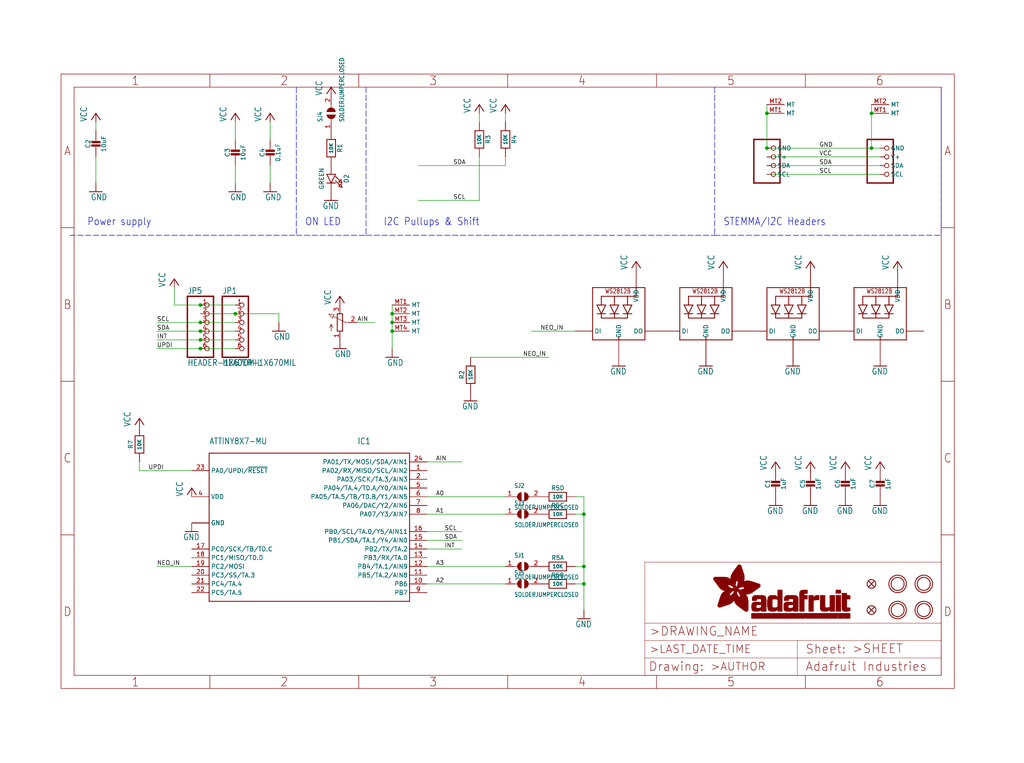
<source format=kicad_sch>
(kicad_sch (version 20211123) (generator eeschema)
  (paper "User" 298.45 222.352)
  (lib_symbols
    (symbol "eagleSchem-eagle-import:ATTINY8X7-MU"
      (property "Reference" "IC" (at 12.7 25.4 0))
      (property "Value" "ATTINY8X7-MU" (at -30.48 25.4 0))
      (symbol "ATTINY8X7-MU_1_0"
        (pin bidirectional line (at 33.02 17.78 180) (length 5.08) (name "PA02/RX/MISO/SCL/AIN2") (number "1"))
        (pin bidirectional line (at 33.02 -15.24 180) (length 5.08) (name "PB6") (number "10"))
        (pin bidirectional line (at 33.02 -12.7 180) (length 5.08) (name "PB5/TA.2/AIN8") (number "11"))
        (pin bidirectional line (at 33.02 -10.16 180) (length 5.08) (name "PB4/TA.1/AIN9") (number "12"))
        (pin bidirectional line (at 33.02 -7.62 180) (length 5.08) (name "PB3/RX/TA.0") (number "13"))
        (pin bidirectional line (at 33.02 -5.08 180) (length 5.08) (name "PB2/TX/TA.2") (number "14"))
        (pin bidirectional line (at 33.02 -2.54 180) (length 5.08) (name "PB1/SDA/TA.1/Y4/AIN0") (number "15"))
        (pin bidirectional line (at 33.02 0 180) (length 5.08) (name "PB0/SCL/TA.0/Y5/AIN11") (number "16"))
        (pin bidirectional line (at -35.56 -5.08 0) (length 5.08) (name "PC0/SCK/TB/TD.C") (number "17"))
        (pin bidirectional line (at -35.56 -7.62 0) (length 5.08) (name "PC1/MISO/TD.D") (number "18"))
        (pin bidirectional line (at -35.56 -10.16 0) (length 5.08) (name "PC2/MOSI") (number "19"))
        (pin bidirectional line (at 33.02 15.24 180) (length 5.08) (name "PA03/SCK/TA.3/AIN3") (number "2"))
        (pin bidirectional line (at -35.56 -12.7 0) (length 5.08) (name "PC3/SS/TA.3") (number "20"))
        (pin bidirectional line (at -35.56 -15.24 0) (length 5.08) (name "PC4/TA.4") (number "21"))
        (pin bidirectional line (at -35.56 -17.78 0) (length 5.08) (name "PC5/TA.5") (number "22"))
        (pin bidirectional line (at -35.56 17.78 0) (length 5.08) (name "PA0/UPDI/~{RESET}") (number "23"))
        (pin bidirectional line (at 33.02 20.32 180) (length 5.08) (name "PA01/TX/MOSI/SDA/AIN1") (number "24"))
        (pin power_in line (at -35.56 2.54 0) (length 5.08) (name "GND") (number "3"))
        (pin power_in line (at -35.56 10.16 0) (length 5.08) (name "VDD") (number "4"))
        (pin bidirectional line (at 33.02 12.7 180) (length 5.08) (name "PA04/TA.4/TD.A/Y0/AIN4") (number "5"))
        (pin bidirectional line (at 33.02 10.16 180) (length 5.08) (name "PA05/TA.5/TB/TD.B/Y1/AIN5") (number "6"))
        (pin bidirectional line (at 33.02 7.62 180) (length 5.08) (name "PA06/DAC/Y2/AIN6") (number "7"))
        (pin bidirectional line (at 33.02 5.08 180) (length 5.08) (name "PA07/Y3/AIN7") (number "8"))
        (pin bidirectional line (at 33.02 -17.78 180) (length 5.08) (name "PB7") (number "9"))
        (pin power_in line (at -35.56 2.54 0) (length 5.08) (name "GND") (number "THERM"))
      )
    )
    (symbol "eagleSchem-eagle-import:CAP_CERAMIC0603_NO"
      (property "Reference" "C" (at -2.29 1.25 90))
      (property "Value" "CAP_CERAMIC0603_NO" (at 2.3 1.25 90))
      (symbol "CAP_CERAMIC0603_NO_1_0"
        (pin passive line (at 0 5.08 270) (length 2.54) (name "1") (number "1"))
        (pin passive line (at 0 -2.54 90) (length 2.54) (name "2") (number "2"))
      )
    )
    (symbol "eagleSchem-eagle-import:CAP_CERAMIC0805-NOOUTLINE"
      (property "Reference" "C" (at -2.29 1.25 90))
      (property "Value" "CAP_CERAMIC0805-NOOUTLINE" (at 2.3 1.25 90))
      (symbol "CAP_CERAMIC0805-NOOUTLINE_1_0"
        (pin passive line (at 0 5.08 270) (length 2.54) (name "1") (number "1"))
        (pin passive line (at 0 -2.54 90) (length 2.54) (name "2") (number "2"))
      )
    )
    (symbol "eagleSchem-eagle-import:FIDUCIAL_1MM")
    (symbol "eagleSchem-eagle-import:FRAME_A4_ADAFRUIT"
      (symbol "FRAME_A4_ADAFRUIT_0_0"
        (text "1" (at 21.6958 1.905 0) (effects (font (size 2.54 2.286))))
        (text "1" (at 21.6958 177.165 0) (effects (font (size 2.54 2.286))))
        (text "2" (at 65.0875 1.905 0) (effects (font (size 2.54 2.286))))
        (text "2" (at 65.0875 177.165 0) (effects (font (size 2.54 2.286))))
        (text "3" (at 108.4792 1.905 0) (effects (font (size 2.54 2.286))))
        (text "3" (at 108.4792 177.165 0) (effects (font (size 2.54 2.286))))
        (text "4" (at 151.8708 1.905 0) (effects (font (size 2.54 2.286))))
        (text "4" (at 151.8708 177.165 0) (effects (font (size 2.54 2.286))))
        (text "5" (at 195.2625 1.905 0) (effects (font (size 2.54 2.286))))
        (text "5" (at 195.2625 177.165 0) (effects (font (size 2.54 2.286))))
        (text "6" (at 238.6542 1.905 0) (effects (font (size 2.54 2.286))))
        (text "6" (at 238.6542 177.165 0) (effects (font (size 2.54 2.286))))
        (text "A" (at 1.905 156.6863 0) (effects (font (size 2.54 2.286))))
        (text "A" (at 258.445 156.6863 0) (effects (font (size 2.54 2.286))))
        (text "B" (at 1.905 111.9188 0) (effects (font (size 2.54 2.286))))
        (text "B" (at 258.445 111.9188 0) (effects (font (size 2.54 2.286))))
        (text "C" (at 1.905 67.1513 0) (effects (font (size 2.54 2.286))))
        (text "C" (at 258.445 67.1513 0) (effects (font (size 2.54 2.286))))
        (text "D" (at 1.905 22.3838 0) (effects (font (size 2.54 2.286))))
        (text "D" (at 258.445 22.3838 0) (effects (font (size 2.54 2.286))))
      )
      (symbol "FRAME_A4_ADAFRUIT_1_0"
        (text ">AUTHOR" (at 189.23 5.08 0) (effects (font (size 2.286 2.286)) (justify left bottom)))
        (text ">DRAWING_NAME" (at 171.45 15.24 0) (effects (font (size 2.54 2.54)) (justify left bottom)))
        (text ">LAST_DATE_TIME" (at 171.45 10.16 0) (effects (font (size 2.286 2.286)) (justify left bottom)))
        (text ">SHEET" (at 230.505 10.16 0) (effects (font (size 2.54 2.54)) (justify left bottom)))
        (text "Adafruit Industries" (at 216.916 4.953 0) (effects (font (size 2.54 2.54)) (justify left bottom)))
        (text "Drawing:" (at 171.196 4.953 0) (effects (font (size 2.54 2.54)) (justify left bottom)))
        (text "Sheet:" (at 216.916 10.033 0) (effects (font (size 2.54 2.54)) (justify left bottom)))
      )
    )
    (symbol "eagleSchem-eagle-import:GND" (power)
      (property "Value" "GND" (at -2.54 -2.54 0))
      (symbol "GND_1_0"
        (pin power_in line (at 0 2.54 270) (length 2.54) (name "GND") (number "1"))
      )
    )
    (symbol "eagleSchem-eagle-import:HEADER-1X670MIL"
      (property "Reference" "JP" (at -6.35 10.795 0))
      (property "Value" "HEADER-1X670MIL" (at -6.35 -10.16 0))
      (symbol "HEADER-1X670MIL_1_0"
        (pin passive inverted (at -2.54 7.62 0) (length 2.54) (name "1") (number "1"))
        (pin passive inverted (at -2.54 5.08 0) (length 2.54) (name "2") (number "2"))
        (pin passive inverted (at -2.54 2.54 0) (length 2.54) (name "3") (number "3"))
        (pin passive inverted (at -2.54 0 0) (length 2.54) (name "4") (number "4"))
        (pin passive inverted (at -2.54 -2.54 0) (length 2.54) (name "5") (number "5"))
        (pin passive inverted (at -2.54 -5.08 0) (length 2.54) (name "6") (number "6"))
      )
    )
    (symbol "eagleSchem-eagle-import:LED0603_NOOUTLINE"
      (property "Reference" "D" (at -1.27 4.445 0))
      (property "Value" "LED0603_NOOUTLINE" (at -1.27 -2.794 0))
      (symbol "LED0603_NOOUTLINE_1_0"
        (pin passive line (at -5.08 0 0) (length 2.54) (name "A") (number "A"))
        (pin passive line (at 2.54 0 180) (length 2.54) (name "C") (number "C"))
      )
    )
    (symbol "eagleSchem-eagle-import:MOUNTINGHOLE2.5")
    (symbol "eagleSchem-eagle-import:RESISTOR_0603_NOOUT"
      (property "Reference" "R" (at 0 2.54 0))
      (property "Value" "RESISTOR_0603_NOOUT" (at 0 0 0))
      (symbol "RESISTOR_0603_NOOUT_1_0"
        (pin passive line (at -5.08 0 0) (length 2.54) (name "1") (number "1"))
        (pin passive line (at 5.08 0 180) (length 2.54) (name "2") (number "2"))
      )
    )
    (symbol "eagleSchem-eagle-import:RESISTOR_4PACK"
      (property "Reference" "R" (at 0 2.54 0))
      (property "Value" "RESISTOR_4PACK" (at 0 0 0))
      (symbol "RESISTOR_4PACK_1_0"
        (pin passive line (at -5.08 0 0) (length 2.54) (name "1") (number "1"))
        (pin passive line (at 5.08 0 180) (length 2.54) (name "2") (number "8"))
      )
      (symbol "RESISTOR_4PACK_2_0"
        (pin passive line (at -5.08 0 0) (length 2.54) (name "1") (number "2"))
        (pin passive line (at 5.08 0 180) (length 2.54) (name "2") (number "7"))
      )
      (symbol "RESISTOR_4PACK_3_0"
        (pin passive line (at -5.08 0 0) (length 2.54) (name "1") (number "3"))
        (pin passive line (at 5.08 0 180) (length 2.54) (name "2") (number "6"))
      )
      (symbol "RESISTOR_4PACK_4_0"
        (pin passive line (at -5.08 0 0) (length 2.54) (name "1") (number "4"))
        (pin passive line (at 5.08 0 180) (length 2.54) (name "2") (number "5"))
      )
    )
    (symbol "eagleSchem-eagle-import:SLIDE_POT_75MM"
      (symbol "SLIDE_POT_75MM_1_0"
        (pin passive line (at 0 -5.08 90) (length 2.54) (name "A") (number "1"))
        (pin passive line (at 5.08 0 180) (length 2.54) (name "S") (number "2"))
        (pin passive line (at 0 5.08 270) (length 2.54) (name "E") (number "3"))
      )
      (symbol "SLIDE_POT_75MM_2_0"
        (pin bidirectional line (at 0 0 0) (length 5.08) (name "MT") (number "MT1"))
      )
      (symbol "SLIDE_POT_75MM_3_0"
        (pin bidirectional line (at 0 0 0) (length 5.08) (name "MT") (number "MT2"))
      )
      (symbol "SLIDE_POT_75MM_4_0"
        (pin bidirectional line (at 0 0 0) (length 5.08) (name "MT") (number "MT3"))
      )
      (symbol "SLIDE_POT_75MM_5_0"
        (pin bidirectional line (at 0 0 0) (length 5.08) (name "MT") (number "MT4"))
      )
    )
    (symbol "eagleSchem-eagle-import:SOLDERJUMPERCLOSED"
      (property "Reference" "SJ" (at -2.54 2.54 0))
      (property "Value" "SOLDERJUMPERCLOSED" (at -2.54 -3.81 0))
      (symbol "SOLDERJUMPERCLOSED_1_0"
        (pin passive line (at -5.08 0 0) (length 2.54) (name "1") (number "1"))
        (pin passive line (at 5.08 0 180) (length 2.54) (name "2") (number "2"))
      )
    )
    (symbol "eagleSchem-eagle-import:STEMMA_I2C_QT"
      (symbol "STEMMA_I2C_QT_1_0"
        (pin passive inverted (at 0 5.08 0) (length 2.54) (name "GND") (number "1"))
        (pin passive inverted (at 0 2.54 0) (length 2.54) (name "V+") (number "2"))
        (pin passive inverted (at 0 0 0) (length 2.54) (name "SDA") (number "3"))
        (pin passive inverted (at 0 -2.54 0) (length 2.54) (name "SCL") (number "4"))
      )
      (symbol "STEMMA_I2C_QT_2_0"
        (pin bidirectional line (at 0 0 0) (length 5.08) (name "MT") (number "MT1"))
      )
      (symbol "STEMMA_I2C_QT_3_0"
        (pin bidirectional line (at 0 0 0) (length 5.08) (name "MT") (number "MT2"))
      )
    )
    (symbol "eagleSchem-eagle-import:VCC" (power)
      (property "Value" "VCC" (at -2.54 -2.54 90))
      (symbol "VCC_1_0"
        (pin power_in line (at 0 -2.54 90) (length 2.54) (name "VCC") (number "1"))
      )
    )
    (symbol "eagleSchem-eagle-import:WS2812B_SK6812E"
      (symbol "WS2812B_SK6812E_1_0"
        (text "WS2812B" (at -4.064 8.382 0) (effects (font (size 1.27 1.0795)) (justify left bottom)))
        (pin power_in line (at 5.08 15.24 270) (length 5.08) (name "VDD") (number "1-VDD"))
        (pin output line (at 12.7 -2.54 180) (length 5.08) (name "DO") (number "2-DOUT"))
        (pin power_in line (at 0 -10.16 90) (length 5.08) (name "GND") (number "3-GND"))
        (pin input line (at -12.7 -2.54 0) (length 5.08) (name "DI") (number "4-DIN"))
      )
    )
  )
  (junction (at 223.52 33.02))
  (junction (at 114.3 93.98))
  (junction (at 58.42 96.52))
  (junction (at 170.18 149.86))
  (junction (at 114.3 91.44))
  (junction (at 58.42 101.6))
  (junction (at 58.42 99.06))
  (junction (at 114.3 96.52))
  (junction (at 58.42 93.98))
  (junction (at 68.58 91.44))
  (junction (at 223.52 43.18))
  (junction (at 254 33.02))
  (junction (at 170.18 170.18))
  (junction (at 170.18 165.1))
  (junction (at 58.42 88.9))
  (junction (at 254 43.18))
  (wire (pts (xy 167.64 170.18) (xy 170.18 170.18)))
  (wire (pts (xy 68.58 91.44) (xy 81.28 91.44)))
  (wire (pts (xy 167.64 144.78) (xy 170.18 144.78)))
  (polyline (pts (xy 86.36 68.58) (xy 106.68 68.58)))
  (wire (pts (xy 114.3 93.98) (xy 114.3 96.52)))
  (wire (pts (xy 139.7 58.42) (xy 121.92 58.42)))
  (wire (pts (xy 68.58 88.9) (xy 58.42 88.9)))
  (wire (pts (xy 114.3 96.52) (xy 114.3 101.6)))
  (wire (pts (xy 170.18 165.1) (xy 167.64 165.1)))
  (wire (pts (xy 58.42 96.52) (xy 45.72 96.52)))
  (wire (pts (xy 58.42 93.98) (xy 45.72 93.98)))
  (polyline (pts (xy 86.36 25.4) (xy 86.36 68.58)))
  (wire (pts (xy 170.18 170.18) (xy 170.18 177.8)))
  (wire (pts (xy 167.64 96.52) (xy 154.94 96.52)))
  (wire (pts (xy 114.3 91.44) (xy 114.3 93.98)))
  (polyline (pts (xy 106.68 25.4) (xy 106.68 68.58)))
  (wire (pts (xy 147.32 35.56) (xy 147.32 33.02)))
  (wire (pts (xy 160.02 104.14) (xy 137.16 104.14)))
  (wire (pts (xy 40.64 137.16) (xy 40.64 134.62)))
  (wire (pts (xy 68.58 35.56) (xy 68.58 40.64)))
  (wire (pts (xy 55.88 137.16) (xy 40.64 137.16)))
  (wire (pts (xy 147.32 45.72) (xy 147.32 48.26)))
  (wire (pts (xy 68.58 101.6) (xy 58.42 101.6)))
  (wire (pts (xy 27.94 35.56) (xy 27.94 38.1)))
  (wire (pts (xy 27.94 53.34) (xy 27.94 45.72)))
  (polyline (pts (xy 208.28 68.58) (xy 274.32 68.58)))
  (wire (pts (xy 55.88 165.1) (xy 45.72 165.1)))
  (wire (pts (xy 68.58 93.98) (xy 58.42 93.98)))
  (wire (pts (xy 254 43.18) (xy 223.52 43.18)))
  (wire (pts (xy 170.18 144.78) (xy 170.18 149.86)))
  (wire (pts (xy 254 33.02) (xy 254 43.18)))
  (wire (pts (xy 124.46 165.1) (xy 147.32 165.1)))
  (wire (pts (xy 256.54 43.18) (xy 254 43.18)))
  (wire (pts (xy 147.32 48.26) (xy 121.92 48.26)))
  (wire (pts (xy 223.52 33.02) (xy 223.52 43.18)))
  (wire (pts (xy 223.52 50.8) (xy 256.54 50.8)))
  (wire (pts (xy 124.46 154.94) (xy 134.62 154.94)))
  (wire (pts (xy 170.18 149.86) (xy 170.18 165.1)))
  (wire (pts (xy 50.8 88.9) (xy 50.8 83.82)))
  (wire (pts (xy 68.58 99.06) (xy 58.42 99.06)))
  (wire (pts (xy 58.42 88.9) (xy 50.8 88.9)))
  (polyline (pts (xy 274.32 25.4) (xy 274.32 68.58)))
  (wire (pts (xy 147.32 170.18) (xy 124.46 170.18)))
  (wire (pts (xy 58.42 101.6) (xy 45.72 101.6)))
  (wire (pts (xy 170.18 165.1) (xy 170.18 170.18)))
  (wire (pts (xy 68.58 96.52) (xy 58.42 96.52)))
  (wire (pts (xy 124.46 134.62) (xy 134.62 134.62)))
  (wire (pts (xy 147.32 144.78) (xy 124.46 144.78)))
  (wire (pts (xy 223.52 30.48) (xy 223.52 33.02)))
  (wire (pts (xy 68.58 48.26) (xy 68.58 53.34)))
  (wire (pts (xy 78.74 48.26) (xy 78.74 53.34)))
  (polyline (pts (xy 208.28 25.4) (xy 208.28 68.58)))
  (wire (pts (xy 254 30.48) (xy 254 33.02)))
  (wire (pts (xy 139.7 33.02) (xy 139.7 35.56)))
  (wire (pts (xy 78.74 35.56) (xy 78.74 40.64)))
  (wire (pts (xy 167.64 149.86) (xy 170.18 149.86)))
  (wire (pts (xy 114.3 88.9) (xy 114.3 91.44)))
  (wire (pts (xy 58.42 99.06) (xy 45.72 99.06)))
  (polyline (pts (xy 20.32 68.58) (xy 86.36 68.58)))
  (wire (pts (xy 124.46 149.86) (xy 147.32 149.86)))
  (polyline (pts (xy 106.68 68.58) (xy 208.28 68.58)))
  (wire (pts (xy 68.58 91.44) (xy 58.42 91.44)))
  (wire (pts (xy 81.28 91.44) (xy 81.28 93.98)))
  (wire (pts (xy 223.52 45.72) (xy 256.54 45.72)))
  (wire (pts (xy 139.7 45.72) (xy 139.7 58.42)))
  (wire (pts (xy 124.46 157.48) (xy 134.62 157.48)))
  (wire (pts (xy 256.54 48.26) (xy 223.52 48.26)))
  (wire (pts (xy 124.46 160.02) (xy 134.62 160.02)))
  (wire (pts (xy 104.14 93.98) (xy 109.22 93.98)))
  (text "STEMMA/I2C Headers" (at 210.82 66.04 180) (effects (font (size 2.1844 1.8567)) (justify left bottom)))
  (text "Power supply" (at 25.4 66.04 180) (effects (font (size 2.1844 1.8567)) (justify left bottom)))
  (text "ON LED" (at 88.9 66.04 180) (effects (font (size 2.1844 1.8567)) (justify left bottom)))
  (text "I2C Pullups & Shift" (at 111.76 66.04 180) (effects (font (size 2.1844 1.8567)) (justify left bottom)))
  (label "NEO_IN" (at 157.48 96.52 0) (effects (font (size 1.2446 1.2446))))
  (label "UPDI" (at 45.72 101.6 0) (effects (font (size 1.2446 1.2446))))
  (label "AIN" (at 127 134.62 0) (effects (font (size 1.2446 1.2446))))
  (label "NEO_IN" (at 152.4 104.14 0) (effects (font (size 1.2446 1.2446))))
  (label "SDA" (at 132.08 48.26 0) (effects (font (size 1.2446 1.2446))))
  (label "A2" (at 127 170.18 0) (effects (font (size 1.2446 1.2446))))
  (label "SDA" (at 45.72 96.52 0) (effects (font (size 1.2446 1.2446))))
  (label "NEO_IN" (at 45.72 165.1 0) (effects (font (size 1.2446 1.2446))))
  (label "GND" (at 238.76 43.18 0) (effects (font (size 1.2446 1.2446))))
  (label "VCC" (at 238.76 45.72 0) (effects (font (size 1.2446 1.2446))))
  (label "SDA" (at 238.76 48.26 0) (effects (font (size 1.2446 1.2446))))
  (label "SCL" (at 132.08 58.42 0) (effects (font (size 1.2446 1.2446))))
  (label "A3" (at 127 165.1 0) (effects (font (size 1.2446 1.2446))))
  (label "SDA" (at 129.54 157.48 0) (effects (font (size 1.2446 1.2446))))
  (label "UPDI" (at 43.18 137.16 0) (effects (font (size 1.2446 1.2446))))
  (label "SCL" (at 129.54 154.94 0) (effects (font (size 1.2446 1.2446))))
  (label "SCL" (at 45.72 93.98 0) (effects (font (size 1.2446 1.2446))))
  (label "INT" (at 129.54 160.02 0) (effects (font (size 1.2446 1.2446))))
  (label "AIN" (at 104.14 93.98 0) (effects (font (size 1.2446 1.2446))))
  (label "INT" (at 45.72 99.06 0) (effects (font (size 1.2446 1.2446))))
  (label "SCL" (at 238.76 50.8 0) (effects (font (size 1.2446 1.2446))))
  (label "A0" (at 127 144.78 0) (effects (font (size 1.2446 1.2446))))
  (label "A1" (at 127 149.86 0) (effects (font (size 1.2446 1.2446))))
  (symbol (lib_id "eagleSchem-eagle-import:HEADER-1X670MIL") (at 71.12 96.52 0) (unit 1)
    (property "Reference" "JP1" (at 64.77 85.725 0) (effects (font (size 1.778 1.5113)) (justify left bottom)))
    (property "Value" "HEADER-1X670MIL" (at 64.77 106.68 0) (effects (font (size 1.778 1.5113)) (justify left bottom)))
    (property "Footprint" "eagleSchem:1X06_ROUND_70" (effects hide))
  )
  (symbol (lib_id "eagleSchem-eagle-import:FIDUCIAL_1MM") (at 254 177.8 0) (unit 1)
    (property "Reference" "FID1" (effects hide))
    (property "Value" "FIDUCIAL_1MM" (effects hide))
    (property "Footprint" "eagleSchem:FIDUCIAL_1MM" (effects hide))
  )
  (symbol (lib_id "eagleSchem-eagle-import:STEMMA_I2C_QT") (at 256.54 48.26 0) (unit 1)
    (property "Reference" "CONN4" (effects hide))
    (property "Value" "STEMMA_I2C_QT" (effects hide))
    (property "Footprint" "eagleSchem:JST_SH4" (effects hide))
  )
  (symbol (lib_id "eagleSchem-eagle-import:GND") (at 256.54 147.32 0) (unit 1)
    (property "Reference" "#GND7" (effects hide))
    (property "Value" "GND" (at 254 149.86 0) (effects (font (size 1.778 1.5113)) (justify left bottom)))
    (property "Footprint" "eagleSchem:" (effects hide))
  )
  (symbol (lib_id "eagleSchem-eagle-import:CAP_CERAMIC0603_NO") (at 236.22 142.24 0) (unit 1)
    (property "Reference" "C5" (at 233.93 140.99 90))
    (property "Value" "1uF" (at 238.52 140.99 90))
    (property "Footprint" "eagleSchem:0603-NO" (effects hide))
  )
  (symbol (lib_id "eagleSchem-eagle-import:CAP_CERAMIC0603_NO") (at 78.74 45.72 0) (unit 1)
    (property "Reference" "C4" (at 76.45 44.47 90))
    (property "Value" "0.1uF" (at 81.04 44.47 90))
    (property "Footprint" "eagleSchem:0603-NO" (effects hide))
  )
  (symbol (lib_id "eagleSchem-eagle-import:RESISTOR_0603_NOOUT") (at 137.16 109.22 90) (unit 1)
    (property "Reference" "R2" (at 134.62 109.22 0))
    (property "Value" "10K" (at 137.16 109.22 0) (effects (font (size 1.016 1.016) bold)))
    (property "Footprint" "eagleSchem:0603-NO" (effects hide))
  )
  (symbol (lib_id "eagleSchem-eagle-import:CAP_CERAMIC0805-NOOUTLINE") (at 68.58 45.72 0) (unit 1)
    (property "Reference" "C3" (at 66.29 44.47 90))
    (property "Value" "10uF" (at 70.88 44.47 90))
    (property "Footprint" "eagleSchem:0805-NO" (effects hide))
  )
  (symbol (lib_id "eagleSchem-eagle-import:STEMMA_I2C_QT") (at 254 30.48 0) (unit 3)
    (property "Reference" "CONN4" (effects hide))
    (property "Value" "STEMMA_I2C_QT" (effects hide))
    (property "Footprint" "eagleSchem:JST_SH4" (effects hide))
  )
  (symbol (lib_id "eagleSchem-eagle-import:RESISTOR_4PACK") (at 162.56 170.18 0) (unit 2)
    (property "Reference" "R5" (at 162.56 167.64 0))
    (property "Value" "10K" (at 162.56 170.18 0) (effects (font (size 1.016 1.016) bold)))
    (property "Footprint" "eagleSchem:RESPACK_4X0603" (effects hide))
  )
  (symbol (lib_id "eagleSchem-eagle-import:ATTINY8X7-MU") (at 91.44 154.94 0) (unit 1)
    (property "Reference" "IC1" (at 104.14 129.54 0) (effects (font (size 1.778 1.5113)) (justify left bottom)))
    (property "Value" "ATTINY8X7-MU" (at 60.96 129.54 0) (effects (font (size 1.778 1.5113)) (justify left bottom)))
    (property "Footprint" "eagleSchem:QFN24_4MM" (effects hide))
  )
  (symbol (lib_id "eagleSchem-eagle-import:VCC") (at 210.82 76.2 0) (unit 1)
    (property "Reference" "#P+7" (effects hide))
    (property "Value" "VCC" (at 208.28 78.74 90) (effects (font (size 1.778 1.5113)) (justify left bottom)))
    (property "Footprint" "eagleSchem:" (effects hide))
  )
  (symbol (lib_id "eagleSchem-eagle-import:SLIDE_POT_75MM") (at 99.06 93.98 0) (unit 1)
    (property "Reference" "POT1" (effects hide))
    (property "Value" "SLIDE_POT_75MM" (effects hide))
    (property "Footprint" "eagleSchem:SLIDE_POT_75MM" (effects hide))
  )
  (symbol (lib_id "eagleSchem-eagle-import:STEMMA_I2C_QT") (at 254 33.02 0) (unit 2)
    (property "Reference" "CONN4" (effects hide))
    (property "Value" "STEMMA_I2C_QT" (effects hide))
    (property "Footprint" "eagleSchem:JST_SH4" (effects hide))
  )
  (symbol (lib_id "eagleSchem-eagle-import:VCC") (at 246.38 134.62 0) (unit 1)
    (property "Reference" "#P+12" (effects hide))
    (property "Value" "VCC" (at 243.84 137.16 90) (effects (font (size 1.778 1.5113)) (justify left bottom)))
    (property "Footprint" "eagleSchem:" (effects hide))
  )
  (symbol (lib_id "eagleSchem-eagle-import:RESISTOR_4PACK") (at 162.56 165.1 0) (unit 1)
    (property "Reference" "R5" (at 162.56 162.56 0))
    (property "Value" "10K" (at 162.56 165.1 0) (effects (font (size 1.016 1.016) bold)))
    (property "Footprint" "eagleSchem:RESPACK_4X0603" (effects hide))
  )
  (symbol (lib_id "eagleSchem-eagle-import:VCC") (at 55.88 142.24 0) (unit 1)
    (property "Reference" "#P+18" (effects hide))
    (property "Value" "VCC" (at 53.34 144.78 90) (effects (font (size 1.778 1.5113)) (justify left bottom)))
    (property "Footprint" "eagleSchem:" (effects hide))
  )
  (symbol (lib_id "eagleSchem-eagle-import:WS2812B_SK6812E") (at 231.14 93.98 0) (unit 1)
    (property "Reference" "LED3" (effects hide))
    (property "Value" "WS2812B_SK6812E" (effects hide))
    (property "Footprint" "eagleSchem:NEO3535_REVERSE" (effects hide))
  )
  (symbol (lib_id "eagleSchem-eagle-import:VCC") (at 78.74 33.02 0) (unit 1)
    (property "Reference" "#P+16" (effects hide))
    (property "Value" "VCC" (at 76.2 35.56 90) (effects (font (size 1.778 1.5113)) (justify left bottom)))
    (property "Footprint" "eagleSchem:" (effects hide))
  )
  (symbol (lib_id "eagleSchem-eagle-import:VCC") (at 40.64 121.92 0) (unit 1)
    (property "Reference" "#P+14" (effects hide))
    (property "Value" "VCC" (at 38.1 124.46 90) (effects (font (size 1.778 1.5113)) (justify left bottom)))
    (property "Footprint" "eagleSchem:" (effects hide))
  )
  (symbol (lib_id "eagleSchem-eagle-import:SOLDERJUMPERCLOSED") (at 152.4 144.78 0) (unit 1)
    (property "Reference" "SJ2" (at 149.86 142.24 0) (effects (font (size 1.27 1.0795)) (justify left bottom)))
    (property "Value" "SOLDERJUMPERCLOSED" (at 149.86 148.59 0) (effects (font (size 1.27 1.0795)) (justify left bottom)))
    (property "Footprint" "eagleSchem:SOLDERJUMPER_CLOSEDWIRE" (effects hide))
  )
  (symbol (lib_id "eagleSchem-eagle-import:HEADER-1X670MIL") (at 60.96 96.52 0) (unit 1)
    (property "Reference" "JP5" (at 54.61 85.725 0) (effects (font (size 1.778 1.5113)) (justify left bottom)))
    (property "Value" "HEADER-1X670MIL" (at 54.61 106.68 0) (effects (font (size 1.778 1.5113)) (justify left bottom)))
    (property "Footprint" "eagleSchem:1X06_ROUND_70" (effects hide))
  )
  (symbol (lib_id "eagleSchem-eagle-import:RESISTOR_0603_NOOUT") (at 147.32 40.64 270) (unit 1)
    (property "Reference" "R4" (at 149.86 40.64 0))
    (property "Value" "10K" (at 147.32 40.64 0) (effects (font (size 1.016 1.016) bold)))
    (property "Footprint" "eagleSchem:0603-NO" (effects hide))
  )
  (symbol (lib_id "eagleSchem-eagle-import:RESISTOR_4PACK") (at 162.56 149.86 0) (unit 3)
    (property "Reference" "R5" (at 162.56 147.32 0))
    (property "Value" "10K" (at 162.56 149.86 0) (effects (font (size 1.016 1.016) bold)))
    (property "Footprint" "eagleSchem:RESPACK_4X0603" (effects hide))
  )
  (symbol (lib_id "eagleSchem-eagle-import:GND") (at 180.34 106.68 0) (unit 1)
    (property "Reference" "#GND1" (effects hide))
    (property "Value" "GND" (at 177.8 109.22 0) (effects (font (size 1.778 1.5113)) (justify left bottom)))
    (property "Footprint" "eagleSchem:" (effects hide))
  )
  (symbol (lib_id "eagleSchem-eagle-import:CAP_CERAMIC0603_NO") (at 226.06 142.24 0) (unit 1)
    (property "Reference" "C1" (at 223.77 140.99 90))
    (property "Value" "1uF" (at 228.36 140.99 90))
    (property "Footprint" "eagleSchem:0603-NO" (effects hide))
  )
  (symbol (lib_id "eagleSchem-eagle-import:VCC") (at 226.06 134.62 0) (unit 1)
    (property "Reference" "#P+10" (effects hide))
    (property "Value" "VCC" (at 223.52 137.16 90) (effects (font (size 1.778 1.5113)) (justify left bottom)))
    (property "Footprint" "eagleSchem:" (effects hide))
  )
  (symbol (lib_id "eagleSchem-eagle-import:MOUNTINGHOLE2.5") (at 269.24 177.8 0) (unit 1)
    (property "Reference" "U$21" (effects hide))
    (property "Value" "MOUNTINGHOLE2.5" (effects hide))
    (property "Footprint" "eagleSchem:MOUNTINGHOLE_2.5_PLATED" (effects hide))
  )
  (symbol (lib_id "eagleSchem-eagle-import:LED0603_NOOUTLINE") (at 96.52 53.34 270) (unit 1)
    (property "Reference" "D2" (at 100.965 52.07 0))
    (property "Value" "GREEN" (at 93.726 52.07 0))
    (property "Footprint" "eagleSchem:CHIPLED_0603_NOOUTLINE" (effects hide))
  )
  (symbol (lib_id "eagleSchem-eagle-import:RESISTOR_0603_NOOUT") (at 139.7 40.64 270) (unit 1)
    (property "Reference" "R3" (at 142.24 40.64 0))
    (property "Value" "10K" (at 139.7 40.64 0) (effects (font (size 1.016 1.016) bold)))
    (property "Footprint" "eagleSchem:0603-NO" (effects hide))
  )
  (symbol (lib_id "eagleSchem-eagle-import:SLIDE_POT_75MM") (at 114.3 96.52 0) (unit 5)
    (property "Reference" "POT1" (effects hide))
    (property "Value" "SLIDE_POT_75MM" (effects hide))
    (property "Footprint" "eagleSchem:SLIDE_POT_75MM" (effects hide))
  )
  (symbol (lib_id "eagleSchem-eagle-import:SOLDERJUMPERCLOSED") (at 152.4 170.18 0) (unit 1)
    (property "Reference" "SJ5" (at 149.86 167.64 0) (effects (font (size 1.27 1.0795)) (justify left bottom)))
    (property "Value" "SOLDERJUMPERCLOSED" (at 149.86 173.99 0) (effects (font (size 1.27 1.0795)) (justify left bottom)))
    (property "Footprint" "eagleSchem:SOLDERJUMPER_CLOSEDWIRE" (effects hide))
  )
  (symbol (lib_id "eagleSchem-eagle-import:RESISTOR_0603_NOOUT") (at 96.52 43.18 270) (unit 1)
    (property "Reference" "R1" (at 99.06 43.18 0))
    (property "Value" "10K" (at 96.52 43.18 0) (effects (font (size 1.016 1.016) bold)))
    (property "Footprint" "eagleSchem:0603-NO" (effects hide))
  )
  (symbol (lib_id "eagleSchem-eagle-import:VCC") (at 236.22 134.62 0) (unit 1)
    (property "Reference" "#P+11" (effects hide))
    (property "Value" "VCC" (at 233.68 137.16 90) (effects (font (size 1.778 1.5113)) (justify left bottom)))
    (property "Footprint" "eagleSchem:" (effects hide))
  )
  (symbol (lib_id "eagleSchem-eagle-import:WS2812B_SK6812E") (at 180.34 93.98 0) (unit 1)
    (property "Reference" "LED1" (effects hide))
    (property "Value" "WS2812B_SK6812E" (effects hide))
    (property "Footprint" "eagleSchem:NEO3535_REVERSE" (effects hide))
  )
  (symbol (lib_id "eagleSchem-eagle-import:VCC") (at 27.94 33.02 0) (unit 1)
    (property "Reference" "#P+3" (effects hide))
    (property "Value" "VCC" (at 25.4 35.56 90) (effects (font (size 1.778 1.5113)) (justify left bottom)))
    (property "Footprint" "eagleSchem:" (effects hide))
  )
  (symbol (lib_id "eagleSchem-eagle-import:GND") (at 55.88 154.94 0) (unit 1)
    (property "Reference" "#GND16" (effects hide))
    (property "Value" "GND" (at 53.34 157.48 0) (effects (font (size 1.778 1.5113)) (justify left bottom)))
    (property "Footprint" "eagleSchem:" (effects hide))
  )
  (symbol (lib_id "eagleSchem-eagle-import:CAP_CERAMIC0603_NO") (at 256.54 142.24 0) (unit 1)
    (property "Reference" "C7" (at 254.25 140.99 90))
    (property "Value" "1uF" (at 258.84 140.99 90))
    (property "Footprint" "eagleSchem:0603-NO" (effects hide))
  )
  (symbol (lib_id "eagleSchem-eagle-import:GND") (at 231.14 106.68 0) (unit 1)
    (property "Reference" "#GND8" (effects hide))
    (property "Value" "GND" (at 228.6 109.22 0) (effects (font (size 1.778 1.5113)) (justify left bottom)))
    (property "Footprint" "eagleSchem:" (effects hide))
  )
  (symbol (lib_id "eagleSchem-eagle-import:VCC") (at 50.8 81.28 0) (unit 1)
    (property "Reference" "#P+4" (effects hide))
    (property "Value" "VCC" (at 48.26 83.82 90) (effects (font (size 1.778 1.5113)) (justify left bottom)))
    (property "Footprint" "eagleSchem:" (effects hide))
  )
  (symbol (lib_id "eagleSchem-eagle-import:STEMMA_I2C_QT") (at 223.52 33.02 0) (unit 2)
    (property "Reference" "CONN3" (effects hide))
    (property "Value" "STEMMA_I2C_QT" (effects hide))
    (property "Footprint" "eagleSchem:JST_SH4" (effects hide))
  )
  (symbol (lib_id "eagleSchem-eagle-import:GND") (at 27.94 55.88 0) (unit 1)
    (property "Reference" "#U$13" (effects hide))
    (property "Value" "GND" (at 26.416 58.42 0) (effects (font (size 1.778 1.5113)) (justify left bottom)))
    (property "Footprint" "eagleSchem:" (effects hide))
  )
  (symbol (lib_id "eagleSchem-eagle-import:VCC") (at 185.42 76.2 0) (unit 1)
    (property "Reference" "#P+5" (effects hide))
    (property "Value" "VCC" (at 182.88 78.74 90) (effects (font (size 1.778 1.5113)) (justify left bottom)))
    (property "Footprint" "eagleSchem:" (effects hide))
  )
  (symbol (lib_id "eagleSchem-eagle-import:GND") (at 114.3 104.14 0) (unit 1)
    (property "Reference" "#U$18" (effects hide))
    (property "Value" "GND" (at 112.776 106.68 0) (effects (font (size 1.778 1.5113)) (justify left bottom)))
    (property "Footprint" "eagleSchem:" (effects hide))
  )
  (symbol (lib_id "eagleSchem-eagle-import:GND") (at 81.28 96.52 0) (unit 1)
    (property "Reference" "#U$10" (effects hide))
    (property "Value" "GND" (at 79.756 99.06 0) (effects (font (size 1.778 1.5113)) (justify left bottom)))
    (property "Footprint" "eagleSchem:" (effects hide))
  )
  (symbol (lib_id "eagleSchem-eagle-import:SLIDE_POT_75MM") (at 114.3 88.9 0) (unit 2)
    (property "Reference" "POT1" (effects hide))
    (property "Value" "SLIDE_POT_75MM" (effects hide))
    (property "Footprint" "eagleSchem:SLIDE_POT_75MM" (effects hide))
  )
  (symbol (lib_id "eagleSchem-eagle-import:GND") (at 246.38 147.32 0) (unit 1)
    (property "Reference" "#GND5" (effects hide))
    (property "Value" "GND" (at 243.84 149.86 0) (effects (font (size 1.778 1.5113)) (justify left bottom)))
    (property "Footprint" "eagleSchem:" (effects hide))
  )
  (symbol (lib_id "eagleSchem-eagle-import:FRAME_A4_ADAFRUIT") (at 17.78 200.66 0) (unit 1)
    (property "Reference" "#U$4" (effects hide))
    (property "Value" "FRAME_A4_ADAFRUIT" (effects hide))
    (property "Footprint" "eagleSchem:" (effects hide))
  )
  (symbol (lib_id "eagleSchem-eagle-import:MOUNTINGHOLE2.5") (at 261.62 177.8 0) (unit 1)
    (property "Reference" "U$3" (effects hide))
    (property "Value" "MOUNTINGHOLE2.5" (effects hide))
    (property "Footprint" "eagleSchem:MOUNTINGHOLE_2.5_PLATED" (effects hide))
  )
  (symbol (lib_id "eagleSchem-eagle-import:GND") (at 170.18 180.34 0) (unit 1)
    (property "Reference" "#GND13" (effects hide))
    (property "Value" "GND" (at 167.64 182.88 0) (effects (font (size 1.778 1.5113)) (justify left bottom)))
    (property "Footprint" "eagleSchem:" (effects hide))
  )
  (symbol (lib_id "eagleSchem-eagle-import:SOLDERJUMPERCLOSED") (at 96.52 33.02 90) (unit 1)
    (property "Reference" "SJ4" (at 93.98 35.56 0) (effects (font (size 1.27 1.0795)) (justify left bottom)))
    (property "Value" "SOLDERJUMPERCLOSED" (at 100.33 35.56 0) (effects (font (size 1.27 1.0795)) (justify left bottom)))
    (property "Footprint" "eagleSchem:SOLDERJUMPER_CLOSEDWIRE" (effects hide))
  )
  (symbol (lib_id "eagleSchem-eagle-import:GND") (at 236.22 147.32 0) (unit 1)
    (property "Reference" "#GND4" (effects hide))
    (property "Value" "GND" (at 233.68 149.86 0) (effects (font (size 1.778 1.5113)) (justify left bottom)))
    (property "Footprint" "eagleSchem:" (effects hide))
  )
  (symbol (lib_id "eagleSchem-eagle-import:GND") (at 137.16 116.84 0) (unit 1)
    (property "Reference" "#GND14" (effects hide))
    (property "Value" "GND" (at 134.62 119.38 0) (effects (font (size 1.778 1.5113)) (justify left bottom)))
    (property "Footprint" "eagleSchem:" (effects hide))
  )
  (symbol (lib_id "eagleSchem-eagle-import:WS2812B_SK6812E") (at 256.54 93.98 0) (unit 1)
    (property "Reference" "LED4" (effects hide))
    (property "Value" "WS2812B_SK6812E" (effects hide))
    (property "Footprint" "eagleSchem:NEO3535_REVERSE" (effects hide))
  )
  (symbol (lib_id "eagleSchem-eagle-import:MOUNTINGHOLE2.5") (at 269.24 170.18 0) (unit 1)
    (property "Reference" "U$19" (effects hide))
    (property "Value" "MOUNTINGHOLE2.5" (effects hide))
    (property "Footprint" "eagleSchem:MOUNTINGHOLE_2.5_PLATED" (effects hide))
  )
  (symbol (lib_id "eagleSchem-eagle-import:FIDUCIAL_1MM") (at 254 170.18 0) (unit 1)
    (property "Reference" "FID2" (effects hide))
    (property "Value" "FIDUCIAL_1MM" (effects hide))
    (property "Footprint" "eagleSchem:FIDUCIAL_1MM" (effects hide))
  )
  (symbol (lib_id "eagleSchem-eagle-import:VCC") (at 68.58 33.02 0) (unit 1)
    (property "Reference" "#P+6" (effects hide))
    (property "Value" "VCC" (at 66.04 35.56 90) (effects (font (size 1.778 1.5113)) (justify left bottom)))
    (property "Footprint" "eagleSchem:" (effects hide))
  )
  (symbol (lib_id "eagleSchem-eagle-import:CAP_CERAMIC0805-NOOUTLINE") (at 27.94 43.18 0) (unit 1)
    (property "Reference" "C2" (at 25.65 41.93 90))
    (property "Value" "10uF" (at 30.24 41.93 90))
    (property "Footprint" "eagleSchem:0805-NO" (effects hide))
  )
  (symbol (lib_id "eagleSchem-eagle-import:VCC") (at 261.62 76.2 0) (unit 1)
    (property "Reference" "#P+9" (effects hide))
    (property "Value" "VCC" (at 259.08 78.74 90) (effects (font (size 1.778 1.5113)) (justify left bottom)))
    (property "Footprint" "eagleSchem:" (effects hide))
  )
  (symbol (lib_id "eagleSchem-eagle-import:SOLDERJUMPERCLOSED") (at 152.4 165.1 0) (unit 1)
    (property "Reference" "SJ1" (at 149.86 162.56 0) (effects (font (size 1.27 1.0795)) (justify left bottom)))
    (property "Value" "SOLDERJUMPERCLOSED" (at 149.86 168.91 0) (effects (font (size 1.27 1.0795)) (justify left bottom)))
    (property "Footprint" "eagleSchem:SOLDERJUMPER_CLOSEDWIRE" (effects hide))
  )
  (symbol (lib_id "eagleSchem-eagle-import:SLIDE_POT_75MM") (at 114.3 91.44 0) (unit 3)
    (property "Reference" "POT1" (effects hide))
    (property "Value" "SLIDE_POT_75MM" (effects hide))
    (property "Footprint" "eagleSchem:SLIDE_POT_75MM" (effects hide))
  )
  (symbol (lib_id "eagleSchem-eagle-import:GND") (at 205.74 106.68 0) (unit 1)
    (property "Reference" "#GND2" (effects hide))
    (property "Value" "GND" (at 203.2 109.22 0) (effects (font (size 1.778 1.5113)) (justify left bottom)))
    (property "Footprint" "eagleSchem:" (effects hide))
  )
  (symbol (lib_id "eagleSchem-eagle-import:WS2812B_SK6812E") (at 205.74 93.98 0) (unit 1)
    (property "Reference" "LED2" (effects hide))
    (property "Value" "WS2812B_SK6812E" (effects hide))
    (property "Footprint" "eagleSchem:NEO3535_REVERSE" (effects hide))
  )
  (symbol (lib_id "eagleSchem-eagle-import:GND") (at 96.52 58.42 0) (unit 1)
    (property "Reference" "#GND6" (effects hide))
    (property "Value" "GND" (at 93.98 60.96 0) (effects (font (size 1.778 1.5113)) (justify left bottom)))
    (property "Footprint" "eagleSchem:" (effects hide))
  )
  (symbol (lib_id "eagleSchem-eagle-import:GND") (at 68.58 55.88 0) (unit 1)
    (property "Reference" "#U$5" (effects hide))
    (property "Value" "GND" (at 67.056 58.42 0) (effects (font (size 1.778 1.5113)) (justify left bottom)))
    (property "Footprint" "eagleSchem:" (effects hide))
  )
  (symbol (lib_id "eagleSchem-eagle-import:GND") (at 256.54 106.68 0) (unit 1)
    (property "Reference" "#GND9" (effects hide))
    (property "Value" "GND" (at 254 109.22 0) (effects (font (size 1.778 1.5113)) (justify left bottom)))
    (property "Footprint" "eagleSchem:" (effects hide))
  )
  (symbol (lib_id "eagleSchem-eagle-import:SOLDERJUMPERCLOSED") (at 152.4 149.86 0) (unit 1)
    (property "Reference" "SJ3" (at 149.86 147.32 0) (effects (font (size 1.27 1.0795)) (justify left bottom)))
    (property "Value" "SOLDERJUMPERCLOSED" (at 149.86 153.67 0) (effects (font (size 1.27 1.0795)) (justify left bottom)))
    (property "Footprint" "eagleSchem:SOLDERJUMPER_CLOSEDWIRE" (effects hide))
  )
  (symbol (lib_id "eagleSchem-eagle-import:VCC") (at 147.32 30.48 0) (unit 1)
    (property "Reference" "#P+2" (effects hide))
    (property "Value" "VCC" (at 144.78 33.02 90) (effects (font (size 1.778 1.5113)) (justify left bottom)))
    (property "Footprint" "eagleSchem:" (effects hide))
  )
  (symbol (lib_id "eagleSchem-eagle-import:VCC") (at 96.52 25.4 0) (unit 1)
    (property "Reference" "#P+17" (effects hide))
    (property "Value" "VCC" (at 93.98 27.94 90) (effects (font (size 1.778 1.5113)) (justify left bottom)))
    (property "Footprint" "eagleSchem:" (effects hide))
  )
  (symbol (lib_id "eagleSchem-eagle-import:STEMMA_I2C_QT") (at 223.52 48.26 0) (unit 1)
    (property "Reference" "CONN3" (effects hide))
    (property "Value" "STEMMA_I2C_QT" (effects hide))
    (property "Footprint" "eagleSchem:JST_SH4" (effects hide))
  )
  (symbol (lib_id "eagleSchem-eagle-import:GND") (at 226.06 147.32 0) (unit 1)
    (property "Reference" "#GND3" (effects hide))
    (property "Value" "GND" (at 223.52 149.86 0) (effects (font (size 1.778 1.5113)) (justify left bottom)))
    (property "Footprint" "eagleSchem:" (effects hide))
  )
  (symbol (lib_id "eagleSchem-eagle-import:GND") (at 78.74 55.88 0) (unit 1)
    (property "Reference" "#U$6" (effects hide))
    (property "Value" "GND" (at 77.216 58.42 0) (effects (font (size 1.778 1.5113)) (justify left bottom)))
    (property "Footprint" "eagleSchem:" (effects hide))
  )
  (symbol (lib_id "eagleSchem-eagle-import:RESISTOR_0603_NOOUT") (at 40.64 129.54 90) (unit 1)
    (property "Reference" "R7" (at 38.1 129.54 0))
    (property "Value" "10K" (at 40.64 129.54 0) (effects (font (size 1.016 1.016) bold)))
    (property "Footprint" "eagleSchem:0603-NO" (effects hide))
  )
  (symbol (lib_id "eagleSchem-eagle-import:GND") (at 99.06 101.6 0) (unit 1)
    (property "Reference" "#U$11" (effects hide))
    (property "Value" "GND" (at 97.536 104.14 0) (effects (font (size 1.778 1.5113)) (justify left bottom)))
    (property "Footprint" "eagleSchem:" (effects hide))
  )
  (symbol (lib_id "eagleSchem-eagle-import:VCC") (at 236.22 76.2 0) (unit 1)
    (property "Reference" "#P+8" (effects hide))
    (property "Value" "VCC" (at 233.68 78.74 90) (effects (font (size 1.778 1.5113)) (justify left bottom)))
    (property "Footprint" "eagleSchem:" (effects hide))
  )
  (symbol (lib_id "eagleSchem-eagle-import:VCC") (at 99.06 86.36 0) (unit 1)
    (property "Reference" "#P+15" (effects hide))
    (property "Value" "VCC" (at 96.52 88.9 90) (effects (font (size 1.778 1.5113)) (justify left bottom)))
    (property "Footprint" "eagleSchem:" (effects hide))
  )
  (symbol (lib_id "eagleSchem-eagle-import:VCC") (at 139.7 30.48 0) (unit 1)
    (property "Reference" "#P+1" (effects hide))
    (property "Value" "VCC" (at 137.16 33.02 90) (effects (font (size 1.778 1.5113)) (justify left bottom)))
    (property "Footprint" "eagleSchem:" (effects hide))
  )
  (symbol (lib_id "eagleSchem-eagle-import:MOUNTINGHOLE2.5") (at 261.62 170.18 0) (unit 1)
    (property "Reference" "U$17" (effects hide))
    (property "Value" "MOUNTINGHOLE2.5" (effects hide))
    (property "Footprint" "eagleSchem:MOUNTINGHOLE_2.5_PLATED" (effects hide))
  )
  (symbol (lib_id "eagleSchem-eagle-import:CAP_CERAMIC0603_NO") (at 246.38 142.24 0) (unit 1)
    (property "Reference" "C6" (at 244.09 140.99 90))
    (property "Value" "1uF" (at 248.68 140.99 90))
    (property "Footprint" "eagleSchem:0603-NO" (effects hide))
  )
  (symbol (lib_id "eagleSchem-eagle-import:STEMMA_I2C_QT") (at 223.52 30.48 0) (unit 3)
    (property "Reference" "CONN3" (effects hide))
    (property "Value" "STEMMA_I2C_QT" (effects hide))
    (property "Footprint" "eagleSchem:JST_SH4" (effects hide))
  )
  (symbol (lib_id "eagleSchem-eagle-import:SLIDE_POT_75MM") (at 114.3 93.98 0) (unit 4)
    (property "Reference" "POT1" (effects hide))
    (property "Value" "SLIDE_POT_75MM" (effects hide))
    (property "Footprint" "eagleSchem:SLIDE_POT_75MM" (effects hide))
  )
  (symbol (lib_id "eagleSchem-eagle-import:RESISTOR_4PACK") (at 162.56 144.78 0) (unit 4)
    (property "Reference" "R5" (at 162.56 142.24 0))
    (property "Value" "10K" (at 162.56 144.78 0) (effects (font (size 1.016 1.016) bold)))
    (property "Footprint" "eagleSchem:RESPACK_4X0603" (effects hide))
  )
  (symbol (lib_id "eagleSchem-eagle-import:VCC") (at 256.54 134.62 0) (unit 1)
    (property "Reference" "#P+13" (effects hide))
    (property "Value" "VCC" (at 254 137.16 90) (effects (font (size 1.778 1.5113)) (justify left bottom)))
    (property "Footprint" "eagleSchem:" (effects hide))
  )
)
</source>
